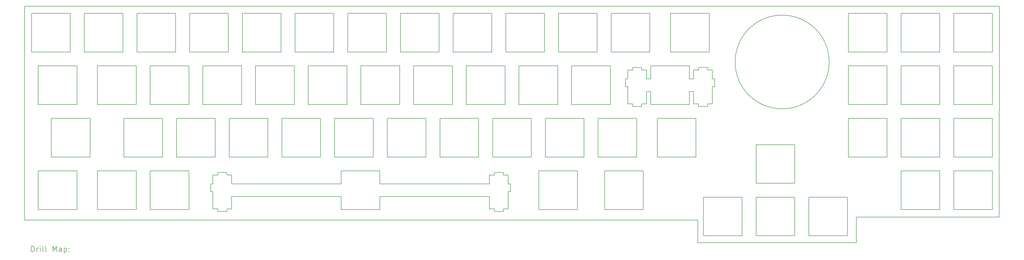
<source format=gbr>
%TF.GenerationSoftware,KiCad,Pcbnew,7.0.1*%
%TF.CreationDate,2023-04-14T16:08:45-07:00*%
%TF.ProjectId,switchplate,73776974-6368-4706-9c61-74652e6b6963,rev?*%
%TF.SameCoordinates,Original*%
%TF.FileFunction,Drillmap*%
%TF.FilePolarity,Positive*%
%FSLAX45Y45*%
G04 Gerber Fmt 4.5, Leading zero omitted, Abs format (unit mm)*
G04 Created by KiCad (PCBNEW 7.0.1) date 2023-04-14 16:08:45*
%MOMM*%
%LPD*%
G01*
G04 APERTURE LIST*
%ADD10C,0.188976*%
%ADD11C,0.200000*%
%ADD12C,0.150000*%
G04 APERTURE END LIST*
D10*
X15780599Y-10370900D02*
X14380599Y-10370900D01*
X10541900Y-7960900D02*
X10541900Y-6560900D01*
X18638099Y-8465900D02*
X17238099Y-8465900D01*
X32449400Y-9865900D02*
X32449400Y-8465900D01*
X-650000Y-9865900D02*
X-650000Y-8465900D01*
X8903700Y-13205900D02*
X8903700Y-13675901D01*
X17447500Y-13675901D02*
X17447500Y-12275901D01*
D11*
X-2540000Y-14059000D02*
X21795000Y-14059000D01*
D10*
X27239399Y-9865900D02*
X28639399Y-9865900D01*
X12475599Y-10370900D02*
X12475599Y-11770900D01*
X12951899Y-6560900D02*
X12951899Y-7960900D01*
X4266200Y-12422901D02*
X4266200Y-12745900D01*
X7236800Y-6560900D02*
X7236800Y-7960900D01*
X28639399Y-7960900D02*
X28639399Y-6560900D01*
X25810600Y-14628400D02*
X27210600Y-14628400D01*
X22210000Y-7960900D02*
X22210000Y-6560900D01*
X30544401Y-9865900D02*
X30544401Y-8465900D01*
X14438700Y-13750901D02*
X14768699Y-13750901D01*
X17447500Y-12275901D02*
X16047500Y-12275901D01*
X19770601Y-8520900D02*
X19440600Y-8520900D01*
X-650000Y-13675901D02*
X-650000Y-12275901D01*
X-383100Y-6560900D02*
X-383100Y-7960900D01*
X20810000Y-6560900D02*
X20810000Y-7960900D01*
X16256900Y-7960900D02*
X16256900Y-6560900D01*
X21820601Y-8612900D02*
X21648100Y-8612900D01*
X19943100Y-9842900D02*
X19943100Y-9395900D01*
X6255599Y-10370900D02*
X4855600Y-10370900D01*
X19185600Y-9215900D02*
X19268100Y-9215900D01*
X16285600Y-11770900D02*
X17685600Y-11770900D01*
X8636800Y-6560900D02*
X7236800Y-6560900D01*
X25305601Y-12723400D02*
X25305601Y-11323400D01*
X32449400Y-10370900D02*
X31049400Y-10370900D01*
X1493100Y-13675901D02*
X1493100Y-12275901D01*
X1998100Y-13675901D02*
X3398100Y-13675901D01*
X10541900Y-6560900D02*
X9141800Y-6560900D01*
X27239399Y-10370900D02*
X27239399Y-11770900D01*
X31049400Y-8465900D02*
X31049400Y-9865900D01*
X21820601Y-9940900D02*
X22150599Y-9940900D01*
X19770601Y-8612900D02*
X19770601Y-8520900D01*
X16285600Y-10370900D02*
X16285600Y-11770900D01*
X9113100Y-9865900D02*
X9113100Y-8465900D01*
X-650000Y-8465900D02*
X-2050000Y-8465900D01*
X29144401Y-7960900D02*
X30544401Y-7960900D01*
X10303700Y-12745900D02*
X10303700Y-12275901D01*
X-1573800Y-11770900D02*
X-173800Y-11770900D01*
X19440600Y-9940900D02*
X19770601Y-9940900D01*
X15333100Y-9865900D02*
X16733100Y-9865900D01*
X30544401Y-11770900D02*
X30544401Y-10370900D01*
X21495601Y-8465900D02*
X20095601Y-8465900D01*
X10303700Y-12275901D02*
X8903700Y-12275901D01*
X16256900Y-6560900D02*
X14856900Y-6560900D01*
X4183700Y-12745900D02*
X4183700Y-13025901D01*
X5331900Y-6560900D02*
X5331900Y-7960900D01*
X11046901Y-6560900D02*
X11046901Y-7960900D01*
X1998100Y-12275901D02*
X1998100Y-13675901D01*
X10570601Y-10370900D02*
X10570601Y-11770900D01*
X1521900Y-7960900D02*
X2921900Y-7960900D01*
X21648100Y-8612900D02*
X21648100Y-8935900D01*
X2445600Y-10370900D02*
X1045600Y-10370900D01*
X-173800Y-10370900D02*
X-1573800Y-10370900D01*
X27210600Y-14628400D02*
X27210600Y-13228400D01*
X14438700Y-12422901D02*
X14266200Y-12422901D01*
X8665600Y-10370900D02*
X8665600Y-11770900D01*
X14266200Y-12422901D02*
X14266200Y-12745900D01*
X14941200Y-13652900D02*
X14941200Y-13025901D01*
X18190600Y-11770900D02*
X19590600Y-11770900D01*
X-2288100Y-7960900D02*
X-888100Y-7960900D01*
X1045600Y-11770900D02*
X2445600Y-11770900D01*
X20810000Y-7960900D02*
X22210000Y-7960900D01*
X29144401Y-10370900D02*
X29144401Y-11770900D01*
X4855600Y-11770900D02*
X6255599Y-11770900D01*
X-888100Y-6560900D02*
X-2288100Y-6560900D01*
X6760600Y-11770900D02*
X8160600Y-11770900D01*
X22323100Y-9842900D02*
X22323100Y-9215900D01*
X13875599Y-11770900D02*
X13875599Y-10370900D01*
X19828700Y-12275901D02*
X18428700Y-12275901D01*
X32449400Y-12275901D02*
X31049400Y-12275901D01*
X4438700Y-13652900D02*
X4438700Y-13750901D01*
X7208100Y-9865900D02*
X7208100Y-8465900D01*
X23400599Y-13228400D02*
X22000599Y-13228400D01*
X4855600Y-10370900D02*
X4855600Y-11770900D01*
X22323100Y-8612900D02*
X22150599Y-8612900D01*
X3903100Y-8465900D02*
X3903100Y-9865900D01*
X12951899Y-7960900D02*
X14351899Y-7960900D01*
X6255599Y-11770900D02*
X6255599Y-10370900D01*
X14380599Y-11770900D02*
X15780599Y-11770900D01*
X28639399Y-9865900D02*
X28639399Y-8465900D01*
X14941200Y-12745900D02*
X14941200Y-12422901D01*
X19828700Y-13675901D02*
X19828700Y-12275901D01*
X1016900Y-7960900D02*
X1016900Y-6560900D01*
X27239399Y-7960900D02*
X28639399Y-7960900D01*
X21495601Y-9395900D02*
X21648100Y-9395900D01*
X8665600Y-11770900D02*
X10065600Y-11770900D01*
X4941200Y-12745900D02*
X4941200Y-12422901D01*
X31049400Y-7960900D02*
X32449400Y-7960900D01*
X32449400Y-8465900D02*
X31049400Y-8465900D01*
X19268100Y-9215900D02*
X19268100Y-9842900D01*
D12*
X26547400Y-8324400D02*
G75*
G03*
X26547400Y-8324400I-1700000J0D01*
G01*
D10*
X4350600Y-10370900D02*
X2950600Y-10370900D01*
X29144401Y-8465900D02*
X29144401Y-9865900D01*
X19770601Y-9940900D02*
X19770601Y-9842900D01*
X8903700Y-12745900D02*
X4941200Y-12745900D01*
X19943100Y-8935900D02*
X19943100Y-8612900D01*
X23905601Y-13228400D02*
X23905601Y-14628400D01*
X-1573800Y-10370900D02*
X-1573800Y-11770900D01*
X2950600Y-10370900D02*
X2950600Y-11770900D01*
X3398100Y-13675901D02*
X3398100Y-12275901D01*
X8160600Y-11770900D02*
X8160600Y-10370900D01*
X25305601Y-11323400D02*
X23905601Y-11323400D01*
X5331900Y-7960900D02*
X6731900Y-7960900D01*
X14856900Y-7960900D02*
X16256900Y-7960900D01*
X23400599Y-14628400D02*
X23400599Y-13228400D01*
X11018100Y-9865900D02*
X11018100Y-8465900D01*
X19185600Y-8935900D02*
X19185600Y-9215900D01*
X4266200Y-12745900D02*
X4183700Y-12745900D01*
X16047500Y-12275901D02*
X16047500Y-13675901D01*
X23905601Y-12723400D02*
X25305601Y-12723400D01*
X15023699Y-12745900D02*
X14941200Y-12745900D01*
X29144401Y-11770900D02*
X30544401Y-11770900D01*
X19440600Y-8520900D02*
X19440600Y-8612900D01*
X4826900Y-6560900D02*
X3426900Y-6560900D01*
X23905601Y-14628400D02*
X25305601Y-14628400D01*
X9618100Y-8465900D02*
X9618100Y-9865900D01*
X19440600Y-8612900D02*
X19268100Y-8612900D01*
X14351899Y-7960900D02*
X14351899Y-6560900D01*
X8903700Y-12275901D02*
X8903700Y-12745900D01*
X4768700Y-12422901D02*
X4768700Y-12330800D01*
X2445600Y-11770900D02*
X2445600Y-10370900D01*
X14380599Y-10370900D02*
X14380599Y-11770900D01*
X-2288100Y-6560900D02*
X-2288100Y-7960900D01*
X9141800Y-7960900D02*
X10541900Y-7960900D01*
X14768699Y-13652900D02*
X14941200Y-13652900D01*
X21648100Y-9842900D02*
X21820601Y-9842900D01*
X4768700Y-12330800D02*
X4438700Y-12330800D01*
X8160600Y-10370900D02*
X6760600Y-10370900D01*
X29144401Y-12275901D02*
X29144401Y-13675901D01*
X17685600Y-10370900D02*
X16285600Y-10370900D01*
X27239399Y-11770900D02*
X28639399Y-11770900D01*
X27210600Y-13228400D02*
X25810600Y-13228400D01*
X93100Y-13675901D02*
X1493100Y-13675901D01*
X14828100Y-8465900D02*
X13428100Y-8465900D01*
X14828100Y-9865900D02*
X14828100Y-8465900D01*
X11018100Y-8465900D02*
X9618100Y-8465900D01*
X27239399Y-8465900D02*
X27239399Y-9865900D01*
X2921900Y-7960900D02*
X2921900Y-6560900D01*
X4438700Y-13750901D02*
X4768700Y-13750901D01*
X22210000Y-6560900D02*
X20810000Y-6560900D01*
X15780599Y-11770900D02*
X15780599Y-10370900D01*
X7236800Y-7960900D02*
X8636800Y-7960900D01*
X-650000Y-12275901D02*
X-2050000Y-12275901D01*
X18161900Y-7960900D02*
X18161900Y-6560900D01*
X4266200Y-13025901D02*
X4266200Y-13652900D01*
X13875599Y-10370900D02*
X12475599Y-10370900D01*
X14438700Y-12330800D02*
X14438700Y-12422901D01*
X3426900Y-6560900D02*
X3426900Y-7960900D01*
X4941200Y-12422901D02*
X4768700Y-12422901D01*
X10065600Y-11770900D02*
X10065600Y-10370900D01*
X19590600Y-11770900D02*
X19590600Y-10370900D01*
X32449400Y-11770900D02*
X32449400Y-10370900D01*
D11*
X27528000Y-14884000D02*
X27528000Y-13948000D01*
D10*
X18638099Y-9865900D02*
X18638099Y-8465900D01*
X14941200Y-12422901D02*
X14768699Y-12422901D01*
X11523100Y-9865900D02*
X12923100Y-9865900D01*
X21495601Y-8935900D02*
X21495601Y-8465900D01*
X12475599Y-11770900D02*
X13875599Y-11770900D01*
X20095601Y-8465900D02*
X20095601Y-8935900D01*
X19440600Y-9842900D02*
X19440600Y-9940900D01*
X20333700Y-10370900D02*
X20333700Y-11770900D01*
X13428100Y-9865900D02*
X14828100Y-9865900D01*
X20095601Y-9395900D02*
X20095601Y-9865900D01*
X32702000Y-6308400D02*
X32698000Y-13948000D01*
X14438700Y-13652900D02*
X14438700Y-13750901D01*
X14266200Y-12745900D02*
X10303700Y-12745900D01*
X14768699Y-12422901D02*
X14768699Y-12330800D01*
X-2050000Y-13675901D02*
X-650000Y-13675901D01*
X25305601Y-13228400D02*
X23905601Y-13228400D01*
X4826900Y-7960900D02*
X4826900Y-6560900D01*
X2950600Y-11770900D02*
X4350600Y-11770900D01*
X28639399Y-10370900D02*
X27239399Y-10370900D01*
X18666900Y-6560900D02*
X18666900Y-7960900D01*
X1045600Y-10370900D02*
X1045600Y-11770900D01*
X4941200Y-13205900D02*
X8903700Y-13205900D01*
X10065600Y-10370900D02*
X8665600Y-10370900D01*
X20066900Y-6560900D02*
X18666900Y-6560900D01*
X21795000Y-14882000D02*
X27528000Y-14884000D01*
X5808100Y-8465900D02*
X5808100Y-9865900D01*
X1998100Y-9865900D02*
X3398100Y-9865900D01*
X31049400Y-12275901D02*
X31049400Y-13675901D01*
X17685600Y-11770900D02*
X17685600Y-10370900D01*
X27239399Y-6560900D02*
X27239399Y-7960900D01*
X31049400Y-10370900D02*
X31049400Y-11770900D01*
X11970600Y-10370900D02*
X10570601Y-10370900D01*
X11046901Y-7960900D02*
X12446900Y-7960900D01*
X3903100Y-9865900D02*
X5303100Y-9865900D01*
X29144401Y-6560900D02*
X29144401Y-7960900D01*
X19268100Y-8935900D02*
X19185600Y-8935900D01*
X10303700Y-13675901D02*
X10303700Y-13205900D01*
X18428700Y-12275901D02*
X18428700Y-13675901D01*
X12923100Y-8465900D02*
X11523100Y-8465900D01*
X2921900Y-6560900D02*
X1521900Y-6560900D01*
X19590600Y-10370900D02*
X18190600Y-10370900D01*
X7208100Y-8465900D02*
X5808100Y-8465900D01*
X14768699Y-12330800D02*
X14438700Y-12330800D01*
X-2540600Y-6308400D02*
X32702000Y-6308400D01*
X21648100Y-9395900D02*
X21648100Y-9842900D01*
X14351899Y-6560900D02*
X12951899Y-6560900D01*
X12446900Y-6560900D02*
X11046901Y-6560900D01*
X22405599Y-8935900D02*
X22323100Y-8935900D01*
X-173800Y-11770900D02*
X-173800Y-10370900D01*
X5303100Y-8465900D02*
X3903100Y-8465900D01*
X22405599Y-9215900D02*
X22405599Y-8935900D01*
X11970600Y-11770900D02*
X11970600Y-10370900D01*
X28639399Y-11770900D02*
X28639399Y-10370900D01*
X-2050000Y-8465900D02*
X-2050000Y-9865900D01*
X17238099Y-8465900D02*
X17238099Y-9865900D01*
X16733100Y-8465900D02*
X15333100Y-8465900D01*
X25810600Y-13228400D02*
X25810600Y-14628400D01*
X31049400Y-13675901D02*
X32449400Y-13675901D01*
X1521900Y-6560900D02*
X1521900Y-7960900D01*
X13428100Y-8465900D02*
X13428100Y-9865900D01*
X20333700Y-11770900D02*
X21733700Y-11770900D01*
X29144401Y-13675901D02*
X30544401Y-13675901D01*
X3398100Y-9865900D02*
X3398100Y-8465900D01*
X18666900Y-7960900D02*
X20066900Y-7960900D01*
X8636800Y-7960900D02*
X8636800Y-6560900D01*
X11523100Y-8465900D02*
X11523100Y-9865900D01*
X22150599Y-9940900D02*
X22150599Y-9842900D01*
X30544401Y-10370900D02*
X29144401Y-10370900D01*
X6760600Y-10370900D02*
X6760600Y-11770900D01*
X19268100Y-9842900D02*
X19440600Y-9842900D01*
X-383100Y-7960900D02*
X1016900Y-7960900D01*
X21733700Y-10370900D02*
X20333700Y-10370900D01*
X20095601Y-9865900D02*
X21495601Y-9865900D01*
X4768700Y-13750901D02*
X4768700Y-13652900D01*
X22000599Y-13228400D02*
X22000599Y-14628400D01*
X4438700Y-12330800D02*
X4438700Y-12422901D01*
X14941200Y-13025901D02*
X15023699Y-13025901D01*
X30544401Y-12275901D02*
X29144401Y-12275901D01*
X9618100Y-9865900D02*
X11018100Y-9865900D01*
X17238099Y-9865900D02*
X18638099Y-9865900D01*
X19943100Y-8612900D02*
X19770601Y-8612900D01*
X21495601Y-9865900D02*
X21495601Y-9395900D01*
X31049400Y-11770900D02*
X32449400Y-11770900D01*
X93100Y-8465900D02*
X93100Y-9865900D01*
D11*
X-2540000Y-14059000D02*
X-2540600Y-6308400D01*
D10*
X93100Y-12275901D02*
X93100Y-13675901D01*
X4350600Y-11770900D02*
X4350600Y-10370900D01*
X93100Y-9865900D02*
X1493100Y-9865900D01*
X18428700Y-13675901D02*
X19828700Y-13675901D01*
X4941200Y-13652900D02*
X4941200Y-13205900D01*
X7713100Y-9865900D02*
X9113100Y-9865900D01*
X5808100Y-9865900D02*
X7208100Y-9865900D01*
X16761900Y-7960900D02*
X18161900Y-7960900D01*
X-2050000Y-9865900D02*
X-650000Y-9865900D01*
X1493100Y-8465900D02*
X93100Y-8465900D01*
D11*
X27528000Y-13948000D02*
X32698000Y-13948000D01*
D10*
X23905601Y-11323400D02*
X23905601Y-12723400D01*
X22150599Y-9842900D02*
X22323100Y-9842900D01*
X20095601Y-8935900D02*
X19943100Y-8935900D01*
X4438700Y-12422901D02*
X4266200Y-12422901D01*
X6731900Y-6560900D02*
X5331900Y-6560900D01*
X32449400Y-7960900D02*
X32449400Y-6560900D01*
X7713100Y-8465900D02*
X7713100Y-9865900D01*
X29144401Y-9865900D02*
X30544401Y-9865900D01*
X30544401Y-6560900D02*
X29144401Y-6560900D01*
X4183700Y-13025901D02*
X4266200Y-13025901D01*
X30544401Y-8465900D02*
X29144401Y-8465900D01*
X30544401Y-7960900D02*
X30544401Y-6560900D01*
X14856900Y-6560900D02*
X14856900Y-7960900D01*
X21648100Y-8935900D02*
X21495601Y-8935900D01*
X1016900Y-6560900D02*
X-383100Y-6560900D01*
D11*
X21795000Y-14059000D02*
X21795000Y-14882000D01*
D10*
X32449400Y-13675901D02*
X32449400Y-12275901D01*
X22323100Y-8935900D02*
X22323100Y-8612900D01*
X3426900Y-7960900D02*
X4826900Y-7960900D01*
X14266200Y-13205900D02*
X14266200Y-13652900D01*
X31049400Y-6560900D02*
X31049400Y-7960900D01*
X15023699Y-13025901D02*
X15023699Y-12745900D01*
X-888100Y-7960900D02*
X-888100Y-6560900D01*
X31049400Y-9865900D02*
X32449400Y-9865900D01*
X9113100Y-8465900D02*
X7713100Y-8465900D01*
X22150599Y-8520900D02*
X21820601Y-8520900D01*
X3398100Y-12275901D02*
X1998100Y-12275901D01*
X18161900Y-6560900D02*
X16761900Y-6560900D01*
X12446900Y-7960900D02*
X12446900Y-6560900D01*
X4266200Y-13652900D02*
X4438700Y-13652900D01*
X28639399Y-6560900D02*
X27239399Y-6560900D01*
X16761900Y-6560900D02*
X16761900Y-7960900D01*
X22323100Y-9215900D02*
X22405599Y-9215900D01*
X16047500Y-13675901D02*
X17447500Y-13675901D01*
X1493100Y-9865900D02*
X1493100Y-8465900D01*
X4768700Y-13652900D02*
X4941200Y-13652900D01*
X21820601Y-8520900D02*
X21820601Y-8612900D01*
X-2050000Y-12275901D02*
X-2050000Y-13675901D01*
X19268100Y-8612900D02*
X19268100Y-8935900D01*
X10303700Y-13205900D02*
X14266200Y-13205900D01*
X15333100Y-8465900D02*
X15333100Y-9865900D01*
X1998100Y-8465900D02*
X1998100Y-9865900D01*
X6731900Y-7960900D02*
X6731900Y-6560900D01*
X5303100Y-9865900D02*
X5303100Y-8465900D01*
X21820601Y-9842900D02*
X21820601Y-9940900D01*
X28639399Y-8465900D02*
X27239399Y-8465900D01*
X19943100Y-9395900D02*
X20095601Y-9395900D01*
X19770601Y-9842900D02*
X19943100Y-9842900D01*
X20066900Y-7960900D02*
X20066900Y-6560900D01*
X3398100Y-8465900D02*
X1998100Y-8465900D01*
X18190600Y-10370900D02*
X18190600Y-11770900D01*
X12923100Y-9865900D02*
X12923100Y-8465900D01*
X14266200Y-13652900D02*
X14438700Y-13652900D01*
X16733100Y-9865900D02*
X16733100Y-8465900D01*
X30544401Y-13675901D02*
X30544401Y-12275901D01*
X1493100Y-12275901D02*
X93100Y-12275901D01*
X14768699Y-13750901D02*
X14768699Y-13652900D01*
X21733700Y-11770900D02*
X21733700Y-10370900D01*
X9141800Y-6560900D02*
X9141800Y-7960900D01*
X22150599Y-8612900D02*
X22150599Y-8520900D01*
X22000599Y-14628400D02*
X23400599Y-14628400D01*
X8903700Y-13675901D02*
X10303700Y-13675901D01*
X25305601Y-14628400D02*
X25305601Y-13228400D01*
X32449400Y-6560900D02*
X31049400Y-6560900D01*
X10570601Y-11770900D02*
X11970600Y-11770900D01*
D11*
X-2302981Y-15206524D02*
X-2302981Y-15006524D01*
X-2302981Y-15006524D02*
X-2255362Y-15006524D01*
X-2255362Y-15006524D02*
X-2226791Y-15016048D01*
X-2226791Y-15016048D02*
X-2207743Y-15035095D01*
X-2207743Y-15035095D02*
X-2198219Y-15054143D01*
X-2198219Y-15054143D02*
X-2188695Y-15092238D01*
X-2188695Y-15092238D02*
X-2188695Y-15120809D01*
X-2188695Y-15120809D02*
X-2198219Y-15158905D01*
X-2198219Y-15158905D02*
X-2207743Y-15177952D01*
X-2207743Y-15177952D02*
X-2226791Y-15197000D01*
X-2226791Y-15197000D02*
X-2255362Y-15206524D01*
X-2255362Y-15206524D02*
X-2302981Y-15206524D01*
X-2102981Y-15206524D02*
X-2102981Y-15073190D01*
X-2102981Y-15111286D02*
X-2093457Y-15092238D01*
X-2093457Y-15092238D02*
X-2083933Y-15082714D01*
X-2083933Y-15082714D02*
X-2064886Y-15073190D01*
X-2064886Y-15073190D02*
X-2045838Y-15073190D01*
X-1979172Y-15206524D02*
X-1979172Y-15073190D01*
X-1979172Y-15006524D02*
X-1988695Y-15016048D01*
X-1988695Y-15016048D02*
X-1979172Y-15025571D01*
X-1979172Y-15025571D02*
X-1969648Y-15016048D01*
X-1969648Y-15016048D02*
X-1979172Y-15006524D01*
X-1979172Y-15006524D02*
X-1979172Y-15025571D01*
X-1855362Y-15206524D02*
X-1874410Y-15197000D01*
X-1874410Y-15197000D02*
X-1883933Y-15177952D01*
X-1883933Y-15177952D02*
X-1883933Y-15006524D01*
X-1750600Y-15206524D02*
X-1769648Y-15197000D01*
X-1769648Y-15197000D02*
X-1779172Y-15177952D01*
X-1779172Y-15177952D02*
X-1779172Y-15006524D01*
X-1522029Y-15206524D02*
X-1522029Y-15006524D01*
X-1522029Y-15006524D02*
X-1455362Y-15149381D01*
X-1455362Y-15149381D02*
X-1388695Y-15006524D01*
X-1388695Y-15006524D02*
X-1388695Y-15206524D01*
X-1207743Y-15206524D02*
X-1207743Y-15101762D01*
X-1207743Y-15101762D02*
X-1217267Y-15082714D01*
X-1217267Y-15082714D02*
X-1236314Y-15073190D01*
X-1236314Y-15073190D02*
X-1274410Y-15073190D01*
X-1274410Y-15073190D02*
X-1293457Y-15082714D01*
X-1207743Y-15197000D02*
X-1226791Y-15206524D01*
X-1226791Y-15206524D02*
X-1274410Y-15206524D01*
X-1274410Y-15206524D02*
X-1293457Y-15197000D01*
X-1293457Y-15197000D02*
X-1302981Y-15177952D01*
X-1302981Y-15177952D02*
X-1302981Y-15158905D01*
X-1302981Y-15158905D02*
X-1293457Y-15139857D01*
X-1293457Y-15139857D02*
X-1274410Y-15130333D01*
X-1274410Y-15130333D02*
X-1226791Y-15130333D01*
X-1226791Y-15130333D02*
X-1207743Y-15120809D01*
X-1112505Y-15073190D02*
X-1112505Y-15273190D01*
X-1112505Y-15082714D02*
X-1093457Y-15073190D01*
X-1093457Y-15073190D02*
X-1055362Y-15073190D01*
X-1055362Y-15073190D02*
X-1036314Y-15082714D01*
X-1036314Y-15082714D02*
X-1026791Y-15092238D01*
X-1026791Y-15092238D02*
X-1017267Y-15111286D01*
X-1017267Y-15111286D02*
X-1017267Y-15168428D01*
X-1017267Y-15168428D02*
X-1026791Y-15187476D01*
X-1026791Y-15187476D02*
X-1036314Y-15197000D01*
X-1036314Y-15197000D02*
X-1055362Y-15206524D01*
X-1055362Y-15206524D02*
X-1093457Y-15206524D01*
X-1093457Y-15206524D02*
X-1112505Y-15197000D01*
X-931552Y-15187476D02*
X-922029Y-15197000D01*
X-922029Y-15197000D02*
X-931552Y-15206524D01*
X-931552Y-15206524D02*
X-941076Y-15197000D01*
X-941076Y-15197000D02*
X-931552Y-15187476D01*
X-931552Y-15187476D02*
X-931552Y-15206524D01*
X-931552Y-15082714D02*
X-922029Y-15092238D01*
X-922029Y-15092238D02*
X-931552Y-15101762D01*
X-931552Y-15101762D02*
X-941076Y-15092238D01*
X-941076Y-15092238D02*
X-931552Y-15082714D01*
X-931552Y-15082714D02*
X-931552Y-15101762D01*
M02*

</source>
